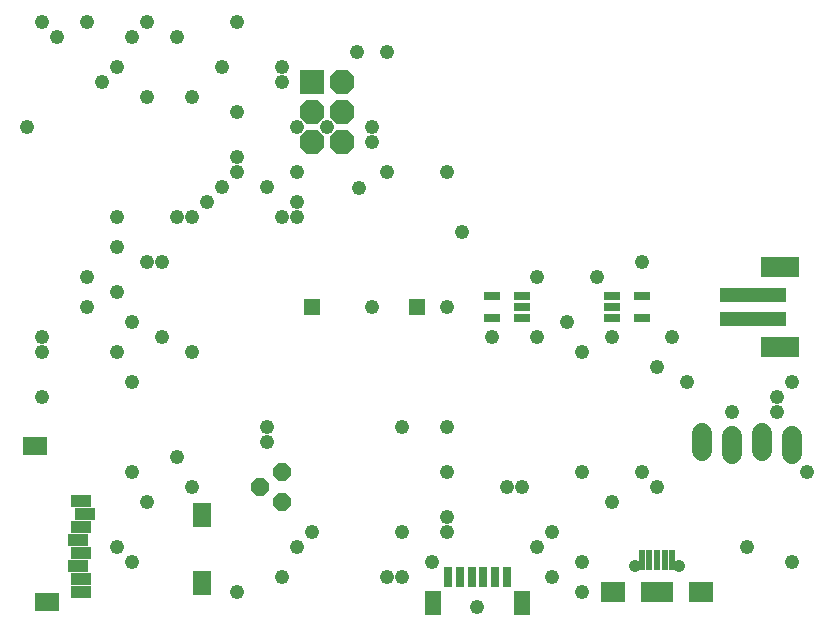
<source format=gbs>
G75*
%MOIN*%
%OFA0B0*%
%FSLAX25Y25*%
%IPPOS*%
%LPD*%
%AMOC8*
5,1,8,0,0,1.08239X$1,22.5*
%
%ADD10R,0.12611X0.07099*%
%ADD11R,0.22454X0.04737*%
%ADD12R,0.08200X0.08200*%
%ADD13OC8,0.08200*%
%ADD14R,0.02375X0.06509*%
%ADD15C,0.04146*%
%ADD16R,0.07874X0.06693*%
%ADD17R,0.10630X0.06693*%
%ADD18OC8,0.06000*%
%ADD19R,0.03162X0.06902*%
%ADD20R,0.05524X0.07887*%
%ADD21R,0.05556X0.05556*%
%ADD22R,0.06312X0.07887*%
%ADD23R,0.08280X0.06312*%
%ADD24R,0.06706X0.03950*%
%ADD25R,0.05524X0.02965*%
%ADD26C,0.06800*%
%ADD27C,0.04762*%
D10*
X0273959Y0102961D03*
X0273959Y0129732D03*
D11*
X0265022Y0120283D03*
X0265022Y0112409D03*
D12*
X0117896Y0191346D03*
D13*
X0127896Y0191346D03*
X0127896Y0181346D03*
X0117896Y0181346D03*
X0117896Y0171346D03*
X0127896Y0171346D03*
D14*
X0227778Y0032075D03*
X0230337Y0032075D03*
X0232896Y0032075D03*
X0235455Y0032075D03*
X0238014Y0032075D03*
D15*
X0240376Y0030008D03*
X0225416Y0030008D03*
D16*
X0218392Y0021346D03*
X0247400Y0021346D03*
D17*
X0232896Y0021346D03*
D18*
X0107896Y0051346D03*
X0100396Y0056346D03*
X0107896Y0061346D03*
D19*
X0163211Y0026346D03*
X0167148Y0026346D03*
X0171085Y0026346D03*
X0175022Y0026346D03*
X0178959Y0026346D03*
X0182896Y0026346D03*
D20*
X0188014Y0017587D03*
X0158093Y0017587D03*
D21*
X0152896Y0116346D03*
X0117896Y0116346D03*
D22*
X0081321Y0046858D03*
X0081321Y0024417D03*
D23*
X0029550Y0018118D03*
X0025613Y0069890D03*
D24*
X0040770Y0051543D03*
X0042345Y0047213D03*
X0040770Y0042882D03*
X0039983Y0038551D03*
X0040770Y0034220D03*
X0039983Y0029890D03*
X0040770Y0025559D03*
X0040770Y0021228D03*
D25*
X0177778Y0112606D03*
X0177778Y0120087D03*
X0188015Y0120087D03*
X0188015Y0116346D03*
X0188015Y0112606D03*
X0217778Y0112606D03*
X0217778Y0116346D03*
X0217778Y0120087D03*
X0228015Y0120087D03*
X0228015Y0112606D03*
D26*
X0247896Y0074346D02*
X0247896Y0068346D01*
X0257896Y0067346D02*
X0257896Y0073346D01*
X0267896Y0074346D02*
X0267896Y0068346D01*
X0277896Y0067346D02*
X0277896Y0073346D01*
D27*
X0272896Y0081346D03*
X0272896Y0086346D03*
X0277896Y0091346D03*
X0257896Y0081346D03*
X0242896Y0091346D03*
X0232896Y0096346D03*
X0237896Y0106346D03*
X0217896Y0106346D03*
X0207896Y0101346D03*
X0202896Y0111346D03*
X0192896Y0106346D03*
X0177896Y0106346D03*
X0162896Y0116346D03*
X0137896Y0116346D03*
X0167896Y0141346D03*
X0192896Y0126346D03*
X0212896Y0126346D03*
X0227896Y0131346D03*
X0162896Y0161346D03*
X0142896Y0161346D03*
X0133408Y0155835D03*
X0137896Y0171346D03*
X0137896Y0176346D03*
X0122896Y0176346D03*
X0112896Y0176346D03*
X0107896Y0191346D03*
X0107896Y0196346D03*
X0092896Y0211346D03*
X0087896Y0196346D03*
X0077896Y0186346D03*
X0062896Y0186346D03*
X0052896Y0196346D03*
X0047896Y0191346D03*
X0057896Y0206346D03*
X0062896Y0211346D03*
X0072896Y0206346D03*
X0042896Y0211346D03*
X0032896Y0206346D03*
X0027896Y0211346D03*
X0022896Y0176346D03*
X0052896Y0146346D03*
X0052896Y0136346D03*
X0062896Y0131346D03*
X0067896Y0131346D03*
X0052896Y0121346D03*
X0042896Y0116346D03*
X0042896Y0126346D03*
X0057896Y0111346D03*
X0052896Y0101346D03*
X0057896Y0091346D03*
X0067896Y0106346D03*
X0077896Y0101346D03*
X0102896Y0076346D03*
X0102896Y0071346D03*
X0077896Y0056346D03*
X0072896Y0066346D03*
X0057896Y0061346D03*
X0062896Y0051346D03*
X0052896Y0036346D03*
X0057896Y0031346D03*
X0092896Y0021346D03*
X0107896Y0026346D03*
X0112896Y0036346D03*
X0117896Y0041346D03*
X0142896Y0026346D03*
X0147896Y0026346D03*
X0157896Y0031346D03*
X0162896Y0041346D03*
X0162896Y0046346D03*
X0147896Y0041346D03*
X0162896Y0061346D03*
X0162896Y0076346D03*
X0147896Y0076346D03*
X0182896Y0056346D03*
X0187896Y0056346D03*
X0197896Y0041346D03*
X0192896Y0036346D03*
X0197896Y0026346D03*
X0207896Y0021346D03*
X0207896Y0031346D03*
X0217896Y0051346D03*
X0207896Y0061346D03*
X0227896Y0061346D03*
X0232896Y0056346D03*
X0262896Y0036346D03*
X0277896Y0031346D03*
X0282896Y0061346D03*
X0172896Y0016346D03*
X0027896Y0086346D03*
X0027896Y0101346D03*
X0027896Y0106346D03*
X0072896Y0146346D03*
X0077896Y0146346D03*
X0082896Y0151346D03*
X0087896Y0156346D03*
X0092896Y0161346D03*
X0092896Y0166346D03*
X0102896Y0156346D03*
X0112896Y0151346D03*
X0112896Y0146346D03*
X0107896Y0146346D03*
X0112896Y0161346D03*
X0092896Y0181346D03*
X0132896Y0201346D03*
X0142896Y0201346D03*
M02*

</source>
